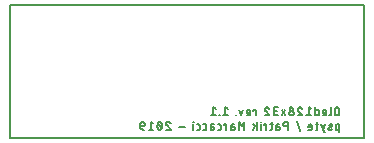
<source format=gbo>
G04 EAGLE Gerber X2 export*
%TF.Part,Single*%
%TF.FileFunction,Legend,Bot,1*%
%TF.FilePolarity,Positive*%
%TF.GenerationSoftware,Autodesk,EAGLE,9.4.0*%
%TF.CreationDate,2019-05-09T18:23:13Z*%
G75*
%MOMM*%
%FSLAX34Y34*%
%LPD*%
%INSilkscreen Bottom*%
%AMOC8*
5,1,8,0,0,1.08239X$1,22.5*%
G01*
%ADD10C,0.127000*%
%ADD11C,0.203200*%


D10*
X301625Y24892D02*
X301625Y27940D01*
X301623Y28025D01*
X301617Y28111D01*
X301608Y28196D01*
X301594Y28280D01*
X301577Y28364D01*
X301556Y28447D01*
X301532Y28529D01*
X301504Y28609D01*
X301472Y28689D01*
X301436Y28767D01*
X301398Y28843D01*
X301355Y28917D01*
X301310Y28989D01*
X301261Y29060D01*
X301209Y29128D01*
X301155Y29193D01*
X301097Y29256D01*
X301036Y29317D01*
X300973Y29375D01*
X300908Y29429D01*
X300840Y29481D01*
X300769Y29530D01*
X300697Y29575D01*
X300623Y29618D01*
X300547Y29656D01*
X300469Y29692D01*
X300389Y29724D01*
X300309Y29752D01*
X300227Y29776D01*
X300144Y29797D01*
X300060Y29814D01*
X299976Y29828D01*
X299891Y29837D01*
X299805Y29843D01*
X299720Y29845D01*
X299635Y29843D01*
X299549Y29837D01*
X299464Y29828D01*
X299380Y29814D01*
X299296Y29797D01*
X299213Y29776D01*
X299131Y29752D01*
X299051Y29724D01*
X298971Y29692D01*
X298893Y29656D01*
X298817Y29618D01*
X298743Y29575D01*
X298671Y29530D01*
X298600Y29481D01*
X298532Y29429D01*
X298467Y29375D01*
X298404Y29317D01*
X298343Y29256D01*
X298285Y29193D01*
X298231Y29128D01*
X298179Y29060D01*
X298130Y28989D01*
X298085Y28917D01*
X298042Y28843D01*
X298004Y28767D01*
X297968Y28689D01*
X297936Y28609D01*
X297908Y28529D01*
X297884Y28447D01*
X297863Y28364D01*
X297846Y28280D01*
X297832Y28196D01*
X297823Y28111D01*
X297817Y28025D01*
X297815Y27940D01*
X297815Y24892D01*
X297817Y24807D01*
X297823Y24721D01*
X297832Y24636D01*
X297846Y24552D01*
X297863Y24468D01*
X297884Y24385D01*
X297908Y24303D01*
X297936Y24223D01*
X297968Y24143D01*
X298004Y24065D01*
X298042Y23989D01*
X298085Y23915D01*
X298130Y23843D01*
X298179Y23772D01*
X298231Y23704D01*
X298285Y23639D01*
X298343Y23576D01*
X298404Y23515D01*
X298467Y23457D01*
X298532Y23403D01*
X298600Y23351D01*
X298671Y23302D01*
X298743Y23257D01*
X298817Y23214D01*
X298893Y23176D01*
X298971Y23140D01*
X299051Y23108D01*
X299131Y23080D01*
X299213Y23056D01*
X299296Y23035D01*
X299380Y23018D01*
X299464Y23004D01*
X299549Y22995D01*
X299635Y22989D01*
X299720Y22987D01*
X299805Y22989D01*
X299891Y22995D01*
X299976Y23004D01*
X300060Y23018D01*
X300144Y23035D01*
X300227Y23056D01*
X300309Y23080D01*
X300389Y23108D01*
X300469Y23140D01*
X300547Y23176D01*
X300623Y23214D01*
X300697Y23257D01*
X300769Y23302D01*
X300840Y23351D01*
X300908Y23403D01*
X300973Y23457D01*
X301036Y23515D01*
X301097Y23576D01*
X301155Y23639D01*
X301209Y23704D01*
X301261Y23772D01*
X301310Y23843D01*
X301355Y23915D01*
X301398Y23989D01*
X301436Y24065D01*
X301472Y24143D01*
X301504Y24223D01*
X301532Y24303D01*
X301556Y24385D01*
X301577Y24468D01*
X301594Y24552D01*
X301608Y24636D01*
X301617Y24721D01*
X301623Y24807D01*
X301625Y24892D01*
X294391Y24130D02*
X294391Y29845D01*
X294391Y24130D02*
X294389Y24064D01*
X294383Y23997D01*
X294374Y23932D01*
X294360Y23866D01*
X294343Y23802D01*
X294322Y23739D01*
X294298Y23677D01*
X294269Y23617D01*
X294238Y23559D01*
X294203Y23502D01*
X294165Y23447D01*
X294124Y23395D01*
X294079Y23346D01*
X294032Y23299D01*
X293983Y23254D01*
X293931Y23213D01*
X293876Y23175D01*
X293820Y23140D01*
X293761Y23109D01*
X293701Y23080D01*
X293639Y23056D01*
X293576Y23035D01*
X293512Y23018D01*
X293446Y23004D01*
X293381Y22995D01*
X293314Y22989D01*
X293248Y22987D01*
X289372Y22987D02*
X287467Y22987D01*
X289372Y22987D02*
X289438Y22989D01*
X289505Y22995D01*
X289570Y23004D01*
X289636Y23018D01*
X289700Y23035D01*
X289763Y23056D01*
X289825Y23080D01*
X289885Y23109D01*
X289944Y23140D01*
X290000Y23175D01*
X290055Y23213D01*
X290107Y23254D01*
X290156Y23299D01*
X290203Y23346D01*
X290248Y23395D01*
X290289Y23447D01*
X290327Y23502D01*
X290362Y23559D01*
X290393Y23617D01*
X290422Y23677D01*
X290446Y23739D01*
X290467Y23802D01*
X290484Y23866D01*
X290498Y23932D01*
X290507Y23997D01*
X290513Y24064D01*
X290515Y24130D01*
X290515Y26035D01*
X290513Y26112D01*
X290507Y26189D01*
X290497Y26266D01*
X290484Y26342D01*
X290466Y26417D01*
X290445Y26491D01*
X290420Y26564D01*
X290391Y26636D01*
X290359Y26706D01*
X290324Y26775D01*
X290284Y26841D01*
X290242Y26906D01*
X290196Y26968D01*
X290147Y27028D01*
X290096Y27085D01*
X290041Y27140D01*
X289984Y27191D01*
X289924Y27240D01*
X289862Y27286D01*
X289797Y27328D01*
X289731Y27368D01*
X289662Y27403D01*
X289592Y27435D01*
X289520Y27464D01*
X289447Y27489D01*
X289373Y27510D01*
X289298Y27528D01*
X289222Y27541D01*
X289145Y27551D01*
X289068Y27557D01*
X288991Y27559D01*
X288914Y27557D01*
X288837Y27551D01*
X288760Y27541D01*
X288684Y27528D01*
X288609Y27510D01*
X288535Y27489D01*
X288462Y27464D01*
X288390Y27435D01*
X288320Y27403D01*
X288251Y27368D01*
X288185Y27328D01*
X288120Y27286D01*
X288058Y27240D01*
X287998Y27191D01*
X287941Y27140D01*
X287886Y27085D01*
X287835Y27028D01*
X287786Y26968D01*
X287740Y26906D01*
X287698Y26841D01*
X287658Y26775D01*
X287623Y26706D01*
X287591Y26636D01*
X287562Y26564D01*
X287537Y26491D01*
X287516Y26417D01*
X287498Y26342D01*
X287485Y26266D01*
X287475Y26189D01*
X287469Y26112D01*
X287467Y26035D01*
X287467Y25273D01*
X290515Y25273D01*
X281183Y22987D02*
X281183Y29845D01*
X281183Y22987D02*
X283088Y22987D01*
X283154Y22989D01*
X283221Y22995D01*
X283286Y23004D01*
X283352Y23018D01*
X283416Y23035D01*
X283479Y23056D01*
X283541Y23080D01*
X283601Y23109D01*
X283660Y23140D01*
X283716Y23175D01*
X283771Y23213D01*
X283823Y23254D01*
X283872Y23299D01*
X283919Y23346D01*
X283964Y23395D01*
X284005Y23447D01*
X284043Y23502D01*
X284078Y23559D01*
X284109Y23617D01*
X284138Y23677D01*
X284162Y23739D01*
X284183Y23802D01*
X284200Y23866D01*
X284214Y23932D01*
X284223Y23997D01*
X284229Y24064D01*
X284231Y24130D01*
X284231Y26416D01*
X284229Y26482D01*
X284223Y26549D01*
X284214Y26614D01*
X284200Y26680D01*
X284183Y26744D01*
X284162Y26807D01*
X284138Y26869D01*
X284109Y26929D01*
X284078Y26988D01*
X284043Y27044D01*
X284005Y27099D01*
X283964Y27151D01*
X283919Y27200D01*
X283872Y27247D01*
X283823Y27292D01*
X283771Y27333D01*
X283716Y27371D01*
X283660Y27406D01*
X283601Y27437D01*
X283541Y27466D01*
X283479Y27490D01*
X283416Y27511D01*
X283352Y27528D01*
X283286Y27542D01*
X283221Y27551D01*
X283154Y27557D01*
X283088Y27559D01*
X281183Y27559D01*
X277485Y28321D02*
X275580Y29845D01*
X275580Y22987D01*
X277485Y22987D02*
X273675Y22987D01*
X268074Y29846D02*
X267992Y29844D01*
X267911Y29838D01*
X267830Y29829D01*
X267749Y29815D01*
X267670Y29798D01*
X267591Y29777D01*
X267513Y29752D01*
X267437Y29723D01*
X267362Y29691D01*
X267288Y29655D01*
X267217Y29616D01*
X267147Y29574D01*
X267079Y29528D01*
X267014Y29479D01*
X266951Y29427D01*
X266891Y29372D01*
X266833Y29314D01*
X266778Y29254D01*
X266726Y29191D01*
X266677Y29126D01*
X266631Y29058D01*
X266589Y28989D01*
X266550Y28917D01*
X266514Y28843D01*
X266482Y28768D01*
X266453Y28692D01*
X266428Y28614D01*
X266407Y28535D01*
X266390Y28456D01*
X266376Y28375D01*
X266367Y28294D01*
X266361Y28213D01*
X266359Y28131D01*
X268074Y29845D02*
X268166Y29843D01*
X268258Y29837D01*
X268350Y29828D01*
X268442Y29814D01*
X268532Y29797D01*
X268622Y29776D01*
X268711Y29751D01*
X268799Y29722D01*
X268886Y29690D01*
X268971Y29654D01*
X269054Y29615D01*
X269136Y29572D01*
X269216Y29526D01*
X269294Y29476D01*
X269370Y29424D01*
X269443Y29368D01*
X269514Y29309D01*
X269583Y29247D01*
X269649Y29182D01*
X269712Y29115D01*
X269772Y29045D01*
X269830Y28973D01*
X269884Y28898D01*
X269935Y28821D01*
X269983Y28742D01*
X270027Y28661D01*
X270068Y28578D01*
X270106Y28494D01*
X270140Y28408D01*
X270170Y28321D01*
X266931Y26797D02*
X266872Y26856D01*
X266816Y26917D01*
X266763Y26980D01*
X266712Y27046D01*
X266665Y27114D01*
X266621Y27184D01*
X266580Y27256D01*
X266542Y27330D01*
X266508Y27405D01*
X266477Y27482D01*
X266450Y27560D01*
X266426Y27640D01*
X266405Y27720D01*
X266389Y27801D01*
X266376Y27883D01*
X266366Y27965D01*
X266361Y28048D01*
X266359Y28131D01*
X266931Y26797D02*
X270170Y22987D01*
X266360Y22987D01*
X262855Y24892D02*
X262853Y24977D01*
X262847Y25063D01*
X262838Y25148D01*
X262824Y25232D01*
X262807Y25316D01*
X262786Y25399D01*
X262762Y25481D01*
X262734Y25561D01*
X262702Y25641D01*
X262666Y25719D01*
X262628Y25795D01*
X262585Y25869D01*
X262540Y25941D01*
X262491Y26012D01*
X262439Y26080D01*
X262385Y26145D01*
X262327Y26208D01*
X262266Y26269D01*
X262203Y26327D01*
X262138Y26381D01*
X262070Y26433D01*
X261999Y26482D01*
X261927Y26527D01*
X261853Y26570D01*
X261777Y26608D01*
X261699Y26644D01*
X261619Y26676D01*
X261539Y26704D01*
X261457Y26728D01*
X261374Y26749D01*
X261290Y26766D01*
X261206Y26780D01*
X261121Y26789D01*
X261035Y26795D01*
X260950Y26797D01*
X260865Y26795D01*
X260779Y26789D01*
X260694Y26780D01*
X260610Y26766D01*
X260526Y26749D01*
X260443Y26728D01*
X260361Y26704D01*
X260281Y26676D01*
X260201Y26644D01*
X260123Y26608D01*
X260047Y26570D01*
X259973Y26527D01*
X259901Y26482D01*
X259830Y26433D01*
X259762Y26381D01*
X259697Y26327D01*
X259634Y26269D01*
X259573Y26208D01*
X259515Y26145D01*
X259461Y26080D01*
X259409Y26012D01*
X259360Y25941D01*
X259315Y25869D01*
X259272Y25795D01*
X259234Y25719D01*
X259198Y25641D01*
X259166Y25561D01*
X259138Y25481D01*
X259114Y25399D01*
X259093Y25316D01*
X259076Y25232D01*
X259062Y25148D01*
X259053Y25063D01*
X259047Y24977D01*
X259045Y24892D01*
X259047Y24807D01*
X259053Y24721D01*
X259062Y24636D01*
X259076Y24552D01*
X259093Y24468D01*
X259114Y24385D01*
X259138Y24303D01*
X259166Y24223D01*
X259198Y24143D01*
X259234Y24065D01*
X259272Y23989D01*
X259315Y23915D01*
X259360Y23843D01*
X259409Y23772D01*
X259461Y23704D01*
X259515Y23639D01*
X259573Y23576D01*
X259634Y23515D01*
X259697Y23457D01*
X259762Y23403D01*
X259830Y23351D01*
X259901Y23302D01*
X259973Y23257D01*
X260047Y23214D01*
X260123Y23176D01*
X260201Y23140D01*
X260281Y23108D01*
X260361Y23080D01*
X260443Y23056D01*
X260526Y23035D01*
X260610Y23018D01*
X260694Y23004D01*
X260779Y22995D01*
X260865Y22989D01*
X260950Y22987D01*
X261035Y22989D01*
X261121Y22995D01*
X261206Y23004D01*
X261290Y23018D01*
X261374Y23035D01*
X261457Y23056D01*
X261539Y23080D01*
X261619Y23108D01*
X261699Y23140D01*
X261777Y23176D01*
X261853Y23214D01*
X261927Y23257D01*
X261999Y23302D01*
X262070Y23351D01*
X262138Y23403D01*
X262203Y23457D01*
X262266Y23515D01*
X262327Y23576D01*
X262385Y23639D01*
X262439Y23704D01*
X262491Y23772D01*
X262540Y23843D01*
X262585Y23915D01*
X262628Y23989D01*
X262666Y24065D01*
X262702Y24143D01*
X262734Y24223D01*
X262762Y24303D01*
X262786Y24385D01*
X262807Y24468D01*
X262824Y24552D01*
X262838Y24636D01*
X262847Y24721D01*
X262853Y24807D01*
X262855Y24892D01*
X262474Y28321D02*
X262472Y28398D01*
X262466Y28475D01*
X262456Y28552D01*
X262443Y28628D01*
X262425Y28703D01*
X262404Y28777D01*
X262379Y28850D01*
X262350Y28922D01*
X262318Y28992D01*
X262283Y29061D01*
X262243Y29127D01*
X262201Y29192D01*
X262155Y29254D01*
X262106Y29314D01*
X262055Y29371D01*
X262000Y29426D01*
X261943Y29477D01*
X261883Y29526D01*
X261821Y29572D01*
X261756Y29614D01*
X261690Y29654D01*
X261621Y29689D01*
X261551Y29721D01*
X261479Y29750D01*
X261406Y29775D01*
X261332Y29796D01*
X261257Y29814D01*
X261181Y29827D01*
X261104Y29837D01*
X261027Y29843D01*
X260950Y29845D01*
X260873Y29843D01*
X260796Y29837D01*
X260719Y29827D01*
X260643Y29814D01*
X260568Y29796D01*
X260494Y29775D01*
X260421Y29750D01*
X260349Y29721D01*
X260279Y29689D01*
X260210Y29654D01*
X260144Y29614D01*
X260079Y29572D01*
X260017Y29526D01*
X259957Y29477D01*
X259900Y29426D01*
X259845Y29371D01*
X259794Y29314D01*
X259745Y29254D01*
X259699Y29192D01*
X259657Y29127D01*
X259617Y29061D01*
X259582Y28992D01*
X259550Y28922D01*
X259521Y28850D01*
X259496Y28777D01*
X259475Y28703D01*
X259457Y28628D01*
X259444Y28552D01*
X259434Y28475D01*
X259428Y28398D01*
X259426Y28321D01*
X259428Y28244D01*
X259434Y28167D01*
X259444Y28090D01*
X259457Y28014D01*
X259475Y27939D01*
X259496Y27865D01*
X259521Y27792D01*
X259550Y27720D01*
X259582Y27650D01*
X259617Y27581D01*
X259657Y27515D01*
X259699Y27450D01*
X259745Y27388D01*
X259794Y27328D01*
X259845Y27271D01*
X259900Y27216D01*
X259957Y27165D01*
X260017Y27116D01*
X260079Y27070D01*
X260144Y27028D01*
X260210Y26988D01*
X260279Y26953D01*
X260349Y26921D01*
X260421Y26892D01*
X260494Y26867D01*
X260568Y26846D01*
X260643Y26828D01*
X260719Y26815D01*
X260796Y26805D01*
X260873Y26799D01*
X260950Y26797D01*
X261027Y26799D01*
X261104Y26805D01*
X261181Y26815D01*
X261257Y26828D01*
X261332Y26846D01*
X261406Y26867D01*
X261479Y26892D01*
X261551Y26921D01*
X261621Y26953D01*
X261690Y26988D01*
X261756Y27028D01*
X261821Y27070D01*
X261883Y27116D01*
X261943Y27165D01*
X262000Y27216D01*
X262055Y27271D01*
X262106Y27328D01*
X262155Y27388D01*
X262201Y27450D01*
X262243Y27515D01*
X262283Y27581D01*
X262318Y27650D01*
X262350Y27720D01*
X262379Y27792D01*
X262404Y27865D01*
X262425Y27939D01*
X262443Y28014D01*
X262456Y28090D01*
X262466Y28167D01*
X262472Y28244D01*
X262474Y28321D01*
X255890Y22987D02*
X252842Y27559D01*
X255890Y27559D02*
X252842Y22987D01*
X249687Y22987D02*
X247782Y22987D01*
X247697Y22989D01*
X247611Y22995D01*
X247526Y23004D01*
X247442Y23018D01*
X247358Y23035D01*
X247275Y23056D01*
X247193Y23080D01*
X247113Y23108D01*
X247033Y23140D01*
X246955Y23176D01*
X246879Y23214D01*
X246805Y23257D01*
X246733Y23302D01*
X246662Y23351D01*
X246594Y23403D01*
X246529Y23457D01*
X246466Y23515D01*
X246405Y23576D01*
X246347Y23639D01*
X246293Y23704D01*
X246241Y23772D01*
X246192Y23843D01*
X246147Y23915D01*
X246104Y23989D01*
X246066Y24065D01*
X246030Y24143D01*
X245998Y24223D01*
X245970Y24303D01*
X245946Y24385D01*
X245925Y24468D01*
X245908Y24552D01*
X245894Y24636D01*
X245885Y24721D01*
X245879Y24807D01*
X245877Y24892D01*
X245879Y24977D01*
X245885Y25063D01*
X245894Y25148D01*
X245908Y25232D01*
X245925Y25316D01*
X245946Y25399D01*
X245970Y25481D01*
X245998Y25561D01*
X246030Y25641D01*
X246066Y25719D01*
X246104Y25795D01*
X246147Y25869D01*
X246192Y25941D01*
X246241Y26012D01*
X246293Y26080D01*
X246347Y26145D01*
X246405Y26208D01*
X246466Y26269D01*
X246529Y26327D01*
X246594Y26381D01*
X246662Y26433D01*
X246733Y26482D01*
X246805Y26527D01*
X246879Y26570D01*
X246955Y26608D01*
X247033Y26644D01*
X247113Y26676D01*
X247193Y26704D01*
X247275Y26728D01*
X247358Y26749D01*
X247442Y26766D01*
X247526Y26780D01*
X247611Y26789D01*
X247697Y26795D01*
X247782Y26797D01*
X247401Y29845D02*
X249687Y29845D01*
X247401Y29845D02*
X247324Y29843D01*
X247247Y29837D01*
X247170Y29827D01*
X247094Y29814D01*
X247019Y29796D01*
X246945Y29775D01*
X246872Y29750D01*
X246800Y29721D01*
X246730Y29689D01*
X246661Y29654D01*
X246595Y29614D01*
X246530Y29572D01*
X246468Y29526D01*
X246408Y29477D01*
X246351Y29426D01*
X246296Y29371D01*
X246245Y29314D01*
X246196Y29254D01*
X246150Y29192D01*
X246108Y29127D01*
X246068Y29061D01*
X246033Y28992D01*
X246001Y28922D01*
X245972Y28850D01*
X245947Y28777D01*
X245926Y28703D01*
X245908Y28628D01*
X245895Y28552D01*
X245885Y28475D01*
X245879Y28398D01*
X245877Y28321D01*
X245879Y28244D01*
X245885Y28167D01*
X245895Y28090D01*
X245908Y28014D01*
X245926Y27939D01*
X245947Y27865D01*
X245972Y27792D01*
X246001Y27720D01*
X246033Y27650D01*
X246068Y27581D01*
X246108Y27515D01*
X246150Y27450D01*
X246196Y27388D01*
X246245Y27328D01*
X246296Y27271D01*
X246351Y27216D01*
X246408Y27165D01*
X246468Y27116D01*
X246530Y27070D01*
X246595Y27028D01*
X246661Y26988D01*
X246730Y26953D01*
X246800Y26921D01*
X246872Y26892D01*
X246945Y26867D01*
X247019Y26846D01*
X247094Y26828D01*
X247170Y26815D01*
X247247Y26805D01*
X247324Y26799D01*
X247401Y26797D01*
X248925Y26797D01*
X240277Y29846D02*
X240195Y29844D01*
X240114Y29838D01*
X240033Y29829D01*
X239952Y29815D01*
X239873Y29798D01*
X239794Y29777D01*
X239716Y29752D01*
X239640Y29723D01*
X239565Y29691D01*
X239491Y29655D01*
X239420Y29616D01*
X239350Y29574D01*
X239282Y29528D01*
X239217Y29479D01*
X239154Y29427D01*
X239094Y29372D01*
X239036Y29314D01*
X238981Y29254D01*
X238929Y29191D01*
X238880Y29126D01*
X238834Y29058D01*
X238792Y28989D01*
X238753Y28917D01*
X238717Y28843D01*
X238685Y28768D01*
X238656Y28692D01*
X238631Y28614D01*
X238610Y28535D01*
X238593Y28456D01*
X238579Y28375D01*
X238570Y28294D01*
X238564Y28213D01*
X238562Y28131D01*
X240277Y29845D02*
X240369Y29843D01*
X240461Y29837D01*
X240553Y29828D01*
X240645Y29814D01*
X240735Y29797D01*
X240825Y29776D01*
X240914Y29751D01*
X241002Y29722D01*
X241089Y29690D01*
X241174Y29654D01*
X241257Y29615D01*
X241339Y29572D01*
X241419Y29526D01*
X241497Y29476D01*
X241573Y29424D01*
X241646Y29368D01*
X241717Y29309D01*
X241786Y29247D01*
X241852Y29182D01*
X241915Y29115D01*
X241975Y29045D01*
X242033Y28973D01*
X242087Y28898D01*
X242138Y28821D01*
X242186Y28742D01*
X242230Y28661D01*
X242271Y28578D01*
X242309Y28494D01*
X242343Y28408D01*
X242373Y28321D01*
X239134Y26797D02*
X239075Y26856D01*
X239019Y26917D01*
X238966Y26980D01*
X238915Y27046D01*
X238868Y27114D01*
X238824Y27184D01*
X238783Y27256D01*
X238745Y27330D01*
X238711Y27405D01*
X238680Y27482D01*
X238653Y27560D01*
X238629Y27640D01*
X238608Y27720D01*
X238592Y27801D01*
X238579Y27883D01*
X238569Y27965D01*
X238564Y28048D01*
X238562Y28131D01*
X239134Y26797D02*
X242372Y22987D01*
X238562Y22987D01*
X230956Y22987D02*
X230956Y27559D01*
X228670Y27559D01*
X228670Y26797D01*
X224999Y22987D02*
X223094Y22987D01*
X224999Y22987D02*
X225065Y22989D01*
X225132Y22995D01*
X225197Y23004D01*
X225263Y23018D01*
X225327Y23035D01*
X225390Y23056D01*
X225452Y23080D01*
X225512Y23109D01*
X225571Y23140D01*
X225627Y23175D01*
X225682Y23213D01*
X225734Y23254D01*
X225783Y23299D01*
X225830Y23346D01*
X225875Y23395D01*
X225916Y23447D01*
X225954Y23502D01*
X225989Y23559D01*
X226020Y23617D01*
X226049Y23677D01*
X226073Y23739D01*
X226094Y23802D01*
X226111Y23866D01*
X226125Y23932D01*
X226134Y23997D01*
X226140Y24064D01*
X226142Y24130D01*
X226142Y26035D01*
X226140Y26112D01*
X226134Y26189D01*
X226124Y26266D01*
X226111Y26342D01*
X226093Y26417D01*
X226072Y26491D01*
X226047Y26564D01*
X226018Y26636D01*
X225986Y26706D01*
X225951Y26775D01*
X225911Y26841D01*
X225869Y26906D01*
X225823Y26968D01*
X225774Y27028D01*
X225723Y27085D01*
X225668Y27140D01*
X225611Y27191D01*
X225551Y27240D01*
X225489Y27286D01*
X225424Y27328D01*
X225358Y27368D01*
X225289Y27403D01*
X225219Y27435D01*
X225147Y27464D01*
X225074Y27489D01*
X225000Y27510D01*
X224925Y27528D01*
X224849Y27541D01*
X224772Y27551D01*
X224695Y27557D01*
X224618Y27559D01*
X224541Y27557D01*
X224464Y27551D01*
X224387Y27541D01*
X224311Y27528D01*
X224236Y27510D01*
X224162Y27489D01*
X224089Y27464D01*
X224017Y27435D01*
X223947Y27403D01*
X223878Y27368D01*
X223812Y27328D01*
X223747Y27286D01*
X223685Y27240D01*
X223625Y27191D01*
X223568Y27140D01*
X223513Y27085D01*
X223462Y27028D01*
X223413Y26968D01*
X223367Y26906D01*
X223325Y26841D01*
X223285Y26775D01*
X223250Y26706D01*
X223218Y26636D01*
X223189Y26564D01*
X223164Y26491D01*
X223143Y26417D01*
X223125Y26342D01*
X223112Y26266D01*
X223102Y26189D01*
X223096Y26112D01*
X223094Y26035D01*
X223094Y25273D01*
X226142Y25273D01*
X220046Y27559D02*
X218522Y22987D01*
X216998Y27559D01*
X214323Y23368D02*
X214323Y22987D01*
X214323Y23368D02*
X213942Y23368D01*
X213942Y22987D01*
X214323Y22987D01*
X207015Y28321D02*
X205110Y29845D01*
X205110Y22987D01*
X207015Y22987D02*
X203205Y22987D01*
X200180Y22987D02*
X200180Y23368D01*
X199799Y23368D01*
X199799Y22987D01*
X200180Y22987D01*
X196774Y28321D02*
X194869Y29845D01*
X194869Y22987D01*
X196774Y22987D02*
X192964Y22987D01*
X301625Y15367D02*
X301625Y8509D01*
X301625Y15367D02*
X299720Y15367D01*
X299654Y15365D01*
X299587Y15359D01*
X299522Y15350D01*
X299456Y15336D01*
X299392Y15319D01*
X299329Y15298D01*
X299267Y15274D01*
X299207Y15245D01*
X299149Y15214D01*
X299092Y15179D01*
X299037Y15141D01*
X298985Y15100D01*
X298936Y15055D01*
X298889Y15008D01*
X298844Y14959D01*
X298803Y14907D01*
X298765Y14852D01*
X298730Y14796D01*
X298699Y14737D01*
X298670Y14677D01*
X298646Y14615D01*
X298625Y14552D01*
X298608Y14488D01*
X298594Y14422D01*
X298585Y14357D01*
X298579Y14290D01*
X298577Y14224D01*
X298577Y11938D01*
X298579Y11872D01*
X298585Y11805D01*
X298594Y11740D01*
X298608Y11674D01*
X298625Y11610D01*
X298646Y11547D01*
X298670Y11485D01*
X298699Y11425D01*
X298730Y11367D01*
X298765Y11310D01*
X298803Y11255D01*
X298844Y11203D01*
X298889Y11154D01*
X298936Y11107D01*
X298985Y11062D01*
X299037Y11021D01*
X299092Y10983D01*
X299149Y10948D01*
X299207Y10917D01*
X299267Y10888D01*
X299329Y10864D01*
X299392Y10843D01*
X299456Y10826D01*
X299522Y10812D01*
X299587Y10803D01*
X299654Y10797D01*
X299720Y10795D01*
X301625Y10795D01*
X294769Y13462D02*
X292864Y12700D01*
X294769Y13462D02*
X294826Y13487D01*
X294881Y13515D01*
X294935Y13547D01*
X294986Y13582D01*
X295035Y13621D01*
X295082Y13662D01*
X295126Y13706D01*
X295167Y13753D01*
X295205Y13803D01*
X295239Y13855D01*
X295271Y13908D01*
X295299Y13964D01*
X295323Y14021D01*
X295344Y14080D01*
X295361Y14140D01*
X295374Y14201D01*
X295383Y14263D01*
X295389Y14325D01*
X295390Y14387D01*
X295387Y14449D01*
X295381Y14511D01*
X295371Y14573D01*
X295357Y14633D01*
X295339Y14693D01*
X295317Y14752D01*
X295292Y14808D01*
X295263Y14864D01*
X295231Y14917D01*
X295195Y14968D01*
X295156Y15017D01*
X295115Y15063D01*
X295070Y15107D01*
X295023Y15148D01*
X294973Y15185D01*
X294921Y15220D01*
X294867Y15251D01*
X294811Y15278D01*
X294754Y15302D01*
X294695Y15323D01*
X294635Y15339D01*
X294574Y15352D01*
X294512Y15361D01*
X294450Y15366D01*
X294388Y15367D01*
X294262Y15363D01*
X294136Y15356D01*
X294010Y15345D01*
X293884Y15330D01*
X293759Y15312D01*
X293635Y15290D01*
X293511Y15264D01*
X293388Y15235D01*
X293266Y15202D01*
X293145Y15166D01*
X293026Y15126D01*
X292907Y15082D01*
X292790Y15036D01*
X292674Y14986D01*
X292864Y12700D02*
X292807Y12675D01*
X292752Y12647D01*
X292698Y12615D01*
X292647Y12580D01*
X292598Y12541D01*
X292551Y12500D01*
X292507Y12456D01*
X292466Y12409D01*
X292428Y12359D01*
X292394Y12307D01*
X292362Y12254D01*
X292334Y12198D01*
X292310Y12141D01*
X292289Y12082D01*
X292272Y12022D01*
X292259Y11961D01*
X292250Y11899D01*
X292244Y11837D01*
X292243Y11775D01*
X292246Y11713D01*
X292252Y11651D01*
X292262Y11589D01*
X292276Y11529D01*
X292294Y11469D01*
X292316Y11410D01*
X292341Y11354D01*
X292370Y11298D01*
X292402Y11245D01*
X292438Y11194D01*
X292477Y11145D01*
X292518Y11099D01*
X292563Y11055D01*
X292610Y11014D01*
X292660Y10977D01*
X292712Y10942D01*
X292766Y10911D01*
X292822Y10884D01*
X292879Y10860D01*
X292938Y10839D01*
X292998Y10823D01*
X293059Y10810D01*
X293121Y10801D01*
X293183Y10796D01*
X293245Y10795D01*
X293398Y10799D01*
X293551Y10806D01*
X293703Y10817D01*
X293855Y10832D01*
X294007Y10851D01*
X294158Y10873D01*
X294309Y10898D01*
X294459Y10927D01*
X294608Y10960D01*
X294757Y10996D01*
X294904Y11036D01*
X295051Y11079D01*
X295197Y11126D01*
X295341Y11176D01*
X289245Y8509D02*
X288483Y8509D01*
X286197Y15367D01*
X289245Y15367D02*
X287721Y10795D01*
X283831Y15367D02*
X281545Y15367D01*
X283069Y17653D02*
X283069Y11938D01*
X283067Y11872D01*
X283061Y11805D01*
X283052Y11740D01*
X283038Y11674D01*
X283021Y11610D01*
X283000Y11547D01*
X282976Y11485D01*
X282947Y11425D01*
X282916Y11367D01*
X282881Y11310D01*
X282843Y11255D01*
X282802Y11203D01*
X282757Y11154D01*
X282710Y11107D01*
X282661Y11062D01*
X282609Y11021D01*
X282554Y10983D01*
X282498Y10948D01*
X282439Y10917D01*
X282379Y10888D01*
X282317Y10864D01*
X282254Y10843D01*
X282190Y10826D01*
X282124Y10812D01*
X282059Y10803D01*
X281992Y10797D01*
X281926Y10795D01*
X281545Y10795D01*
X277373Y10795D02*
X275468Y10795D01*
X277373Y10795D02*
X277439Y10797D01*
X277506Y10803D01*
X277571Y10812D01*
X277637Y10826D01*
X277701Y10843D01*
X277764Y10864D01*
X277826Y10888D01*
X277886Y10917D01*
X277945Y10948D01*
X278001Y10983D01*
X278056Y11021D01*
X278108Y11062D01*
X278157Y11107D01*
X278204Y11154D01*
X278249Y11203D01*
X278290Y11255D01*
X278328Y11310D01*
X278363Y11367D01*
X278394Y11425D01*
X278423Y11485D01*
X278447Y11547D01*
X278468Y11610D01*
X278485Y11674D01*
X278499Y11740D01*
X278508Y11805D01*
X278514Y11872D01*
X278516Y11938D01*
X278516Y13843D01*
X278514Y13920D01*
X278508Y13997D01*
X278498Y14074D01*
X278485Y14150D01*
X278467Y14225D01*
X278446Y14299D01*
X278421Y14372D01*
X278392Y14444D01*
X278360Y14514D01*
X278325Y14583D01*
X278285Y14649D01*
X278243Y14714D01*
X278197Y14776D01*
X278148Y14836D01*
X278097Y14893D01*
X278042Y14948D01*
X277985Y14999D01*
X277925Y15048D01*
X277863Y15094D01*
X277798Y15136D01*
X277732Y15176D01*
X277663Y15211D01*
X277593Y15243D01*
X277521Y15272D01*
X277448Y15297D01*
X277374Y15318D01*
X277299Y15336D01*
X277223Y15349D01*
X277146Y15359D01*
X277069Y15365D01*
X276992Y15367D01*
X276915Y15365D01*
X276838Y15359D01*
X276761Y15349D01*
X276685Y15336D01*
X276610Y15318D01*
X276536Y15297D01*
X276463Y15272D01*
X276391Y15243D01*
X276321Y15211D01*
X276252Y15176D01*
X276186Y15136D01*
X276121Y15094D01*
X276059Y15048D01*
X275999Y14999D01*
X275942Y14948D01*
X275887Y14893D01*
X275836Y14836D01*
X275787Y14776D01*
X275741Y14714D01*
X275699Y14649D01*
X275659Y14583D01*
X275624Y14514D01*
X275592Y14444D01*
X275563Y14372D01*
X275538Y14299D01*
X275517Y14225D01*
X275499Y14150D01*
X275486Y14074D01*
X275476Y13997D01*
X275470Y13920D01*
X275468Y13843D01*
X275468Y13081D01*
X278516Y13081D01*
X268519Y10033D02*
X265471Y18415D01*
X258011Y17653D02*
X258011Y10795D01*
X258011Y17653D02*
X256106Y17653D01*
X256021Y17651D01*
X255935Y17645D01*
X255850Y17636D01*
X255766Y17622D01*
X255682Y17605D01*
X255599Y17584D01*
X255517Y17560D01*
X255437Y17532D01*
X255357Y17500D01*
X255279Y17464D01*
X255203Y17426D01*
X255129Y17383D01*
X255057Y17338D01*
X254986Y17289D01*
X254918Y17237D01*
X254853Y17183D01*
X254790Y17125D01*
X254729Y17064D01*
X254671Y17001D01*
X254617Y16936D01*
X254565Y16868D01*
X254516Y16797D01*
X254471Y16725D01*
X254428Y16651D01*
X254390Y16575D01*
X254354Y16497D01*
X254322Y16417D01*
X254294Y16337D01*
X254270Y16255D01*
X254249Y16172D01*
X254232Y16088D01*
X254218Y16004D01*
X254209Y15919D01*
X254203Y15833D01*
X254201Y15748D01*
X254203Y15663D01*
X254209Y15577D01*
X254218Y15492D01*
X254232Y15408D01*
X254249Y15324D01*
X254270Y15241D01*
X254294Y15159D01*
X254322Y15079D01*
X254354Y14999D01*
X254390Y14921D01*
X254428Y14845D01*
X254471Y14771D01*
X254516Y14699D01*
X254565Y14628D01*
X254617Y14560D01*
X254671Y14495D01*
X254729Y14432D01*
X254790Y14371D01*
X254853Y14313D01*
X254918Y14259D01*
X254986Y14207D01*
X255057Y14158D01*
X255129Y14113D01*
X255203Y14070D01*
X255279Y14032D01*
X255357Y13996D01*
X255437Y13964D01*
X255517Y13936D01*
X255599Y13912D01*
X255682Y13891D01*
X255766Y13874D01*
X255850Y13860D01*
X255935Y13851D01*
X256021Y13845D01*
X256106Y13843D01*
X258011Y13843D01*
X249928Y13462D02*
X248214Y13462D01*
X249928Y13463D02*
X250000Y13461D01*
X250072Y13455D01*
X250144Y13445D01*
X250215Y13432D01*
X250285Y13414D01*
X250354Y13393D01*
X250422Y13368D01*
X250488Y13340D01*
X250553Y13308D01*
X250616Y13272D01*
X250677Y13233D01*
X250735Y13191D01*
X250792Y13146D01*
X250845Y13097D01*
X250896Y13046D01*
X250945Y12993D01*
X250990Y12936D01*
X251032Y12878D01*
X251071Y12817D01*
X251107Y12754D01*
X251139Y12689D01*
X251167Y12623D01*
X251192Y12555D01*
X251213Y12486D01*
X251231Y12416D01*
X251244Y12345D01*
X251254Y12273D01*
X251260Y12201D01*
X251262Y12129D01*
X251260Y12057D01*
X251254Y11985D01*
X251244Y11913D01*
X251231Y11842D01*
X251213Y11772D01*
X251192Y11703D01*
X251167Y11635D01*
X251139Y11569D01*
X251107Y11504D01*
X251071Y11441D01*
X251032Y11380D01*
X250990Y11322D01*
X250945Y11265D01*
X250896Y11212D01*
X250845Y11161D01*
X250792Y11112D01*
X250735Y11067D01*
X250677Y11025D01*
X250616Y10986D01*
X250553Y10950D01*
X250488Y10918D01*
X250422Y10890D01*
X250354Y10865D01*
X250285Y10844D01*
X250215Y10826D01*
X250144Y10813D01*
X250072Y10803D01*
X250000Y10797D01*
X249928Y10795D01*
X248214Y10795D01*
X248214Y14224D01*
X248216Y14290D01*
X248222Y14357D01*
X248231Y14422D01*
X248245Y14488D01*
X248262Y14552D01*
X248283Y14615D01*
X248307Y14677D01*
X248336Y14737D01*
X248367Y14796D01*
X248402Y14852D01*
X248440Y14907D01*
X248481Y14959D01*
X248526Y15008D01*
X248573Y15055D01*
X248622Y15100D01*
X248674Y15141D01*
X248729Y15179D01*
X248786Y15214D01*
X248844Y15245D01*
X248904Y15274D01*
X248966Y15298D01*
X249029Y15319D01*
X249093Y15336D01*
X249159Y15350D01*
X249224Y15359D01*
X249291Y15365D01*
X249357Y15367D01*
X250881Y15367D01*
X245304Y15367D02*
X243018Y15367D01*
X244542Y17653D02*
X244542Y11938D01*
X244540Y11872D01*
X244534Y11805D01*
X244525Y11740D01*
X244511Y11674D01*
X244494Y11610D01*
X244473Y11547D01*
X244449Y11485D01*
X244420Y11425D01*
X244389Y11367D01*
X244354Y11310D01*
X244316Y11255D01*
X244275Y11203D01*
X244230Y11154D01*
X244183Y11107D01*
X244134Y11062D01*
X244082Y11021D01*
X244027Y10983D01*
X243971Y10948D01*
X243912Y10917D01*
X243852Y10888D01*
X243790Y10864D01*
X243727Y10843D01*
X243663Y10826D01*
X243597Y10812D01*
X243532Y10803D01*
X243465Y10797D01*
X243399Y10795D01*
X243018Y10795D01*
X239683Y10795D02*
X239683Y15367D01*
X237397Y15367D01*
X237397Y14605D01*
X235052Y15367D02*
X235052Y10795D01*
X235242Y17272D02*
X235242Y17653D01*
X234861Y17653D01*
X234861Y17272D01*
X235242Y17272D01*
X231571Y17653D02*
X231571Y10795D01*
X231571Y13081D02*
X228523Y15367D01*
X230237Y14034D02*
X228523Y10795D01*
X221244Y10795D02*
X221244Y17653D01*
X218958Y13843D01*
X216672Y17653D01*
X216672Y10795D01*
X211646Y13462D02*
X209931Y13462D01*
X211646Y13463D02*
X211718Y13461D01*
X211790Y13455D01*
X211862Y13445D01*
X211933Y13432D01*
X212003Y13414D01*
X212072Y13393D01*
X212140Y13368D01*
X212206Y13340D01*
X212271Y13308D01*
X212334Y13272D01*
X212395Y13233D01*
X212453Y13191D01*
X212510Y13146D01*
X212563Y13097D01*
X212614Y13046D01*
X212663Y12993D01*
X212708Y12936D01*
X212750Y12878D01*
X212789Y12817D01*
X212825Y12754D01*
X212857Y12689D01*
X212885Y12623D01*
X212910Y12555D01*
X212931Y12486D01*
X212949Y12416D01*
X212962Y12345D01*
X212972Y12273D01*
X212978Y12201D01*
X212980Y12129D01*
X212978Y12057D01*
X212972Y11985D01*
X212962Y11913D01*
X212949Y11842D01*
X212931Y11772D01*
X212910Y11703D01*
X212885Y11635D01*
X212857Y11569D01*
X212825Y11504D01*
X212789Y11441D01*
X212750Y11380D01*
X212708Y11322D01*
X212663Y11265D01*
X212614Y11212D01*
X212563Y11161D01*
X212510Y11112D01*
X212453Y11067D01*
X212395Y11025D01*
X212334Y10986D01*
X212271Y10950D01*
X212206Y10918D01*
X212140Y10890D01*
X212072Y10865D01*
X212003Y10844D01*
X211933Y10826D01*
X211862Y10813D01*
X211790Y10803D01*
X211718Y10797D01*
X211646Y10795D01*
X209931Y10795D01*
X209931Y14224D01*
X209933Y14290D01*
X209939Y14357D01*
X209948Y14422D01*
X209962Y14488D01*
X209979Y14552D01*
X210000Y14615D01*
X210024Y14677D01*
X210053Y14737D01*
X210084Y14796D01*
X210119Y14852D01*
X210157Y14907D01*
X210198Y14959D01*
X210243Y15008D01*
X210290Y15055D01*
X210339Y15100D01*
X210391Y15141D01*
X210446Y15179D01*
X210503Y15214D01*
X210561Y15245D01*
X210621Y15274D01*
X210683Y15298D01*
X210746Y15319D01*
X210810Y15336D01*
X210876Y15350D01*
X210941Y15359D01*
X211008Y15365D01*
X211074Y15367D01*
X212598Y15367D01*
X206033Y15367D02*
X206033Y10795D01*
X206033Y15367D02*
X203747Y15367D01*
X203747Y14605D01*
X200064Y10795D02*
X198540Y10795D01*
X200064Y10795D02*
X200130Y10797D01*
X200197Y10803D01*
X200262Y10812D01*
X200328Y10826D01*
X200392Y10843D01*
X200455Y10864D01*
X200517Y10888D01*
X200577Y10917D01*
X200636Y10948D01*
X200692Y10983D01*
X200747Y11021D01*
X200799Y11062D01*
X200848Y11107D01*
X200895Y11154D01*
X200940Y11203D01*
X200981Y11255D01*
X201019Y11310D01*
X201054Y11367D01*
X201085Y11425D01*
X201114Y11485D01*
X201138Y11547D01*
X201159Y11610D01*
X201176Y11674D01*
X201190Y11740D01*
X201199Y11805D01*
X201205Y11872D01*
X201207Y11938D01*
X201207Y14224D01*
X201205Y14290D01*
X201199Y14357D01*
X201190Y14422D01*
X201176Y14488D01*
X201159Y14552D01*
X201138Y14615D01*
X201114Y14677D01*
X201085Y14737D01*
X201054Y14796D01*
X201019Y14852D01*
X200981Y14907D01*
X200940Y14959D01*
X200895Y15008D01*
X200848Y15055D01*
X200799Y15100D01*
X200747Y15141D01*
X200692Y15179D01*
X200636Y15214D01*
X200577Y15245D01*
X200517Y15274D01*
X200455Y15298D01*
X200392Y15319D01*
X200328Y15336D01*
X200262Y15350D01*
X200197Y15359D01*
X200130Y15365D01*
X200064Y15367D01*
X198540Y15367D01*
X194333Y13462D02*
X192618Y13462D01*
X194333Y13463D02*
X194405Y13461D01*
X194477Y13455D01*
X194549Y13445D01*
X194620Y13432D01*
X194690Y13414D01*
X194759Y13393D01*
X194827Y13368D01*
X194893Y13340D01*
X194958Y13308D01*
X195021Y13272D01*
X195082Y13233D01*
X195140Y13191D01*
X195197Y13146D01*
X195250Y13097D01*
X195301Y13046D01*
X195350Y12993D01*
X195395Y12936D01*
X195437Y12878D01*
X195476Y12817D01*
X195512Y12754D01*
X195544Y12689D01*
X195572Y12623D01*
X195597Y12555D01*
X195618Y12486D01*
X195636Y12416D01*
X195649Y12345D01*
X195659Y12273D01*
X195665Y12201D01*
X195667Y12129D01*
X195665Y12057D01*
X195659Y11985D01*
X195649Y11913D01*
X195636Y11842D01*
X195618Y11772D01*
X195597Y11703D01*
X195572Y11635D01*
X195544Y11569D01*
X195512Y11504D01*
X195476Y11441D01*
X195437Y11380D01*
X195395Y11322D01*
X195350Y11265D01*
X195301Y11212D01*
X195250Y11161D01*
X195197Y11112D01*
X195140Y11067D01*
X195082Y11025D01*
X195021Y10986D01*
X194958Y10950D01*
X194893Y10918D01*
X194827Y10890D01*
X194759Y10865D01*
X194690Y10844D01*
X194620Y10826D01*
X194549Y10813D01*
X194477Y10803D01*
X194405Y10797D01*
X194333Y10795D01*
X192618Y10795D01*
X192618Y14224D01*
X192620Y14290D01*
X192626Y14357D01*
X192635Y14422D01*
X192649Y14488D01*
X192666Y14552D01*
X192687Y14615D01*
X192711Y14677D01*
X192740Y14737D01*
X192771Y14796D01*
X192806Y14852D01*
X192844Y14907D01*
X192885Y14959D01*
X192930Y15008D01*
X192977Y15055D01*
X193026Y15100D01*
X193078Y15141D01*
X193133Y15179D01*
X193190Y15214D01*
X193248Y15245D01*
X193308Y15274D01*
X193370Y15298D01*
X193433Y15319D01*
X193497Y15336D01*
X193563Y15350D01*
X193628Y15359D01*
X193695Y15365D01*
X193761Y15367D01*
X195285Y15367D01*
X187872Y10795D02*
X186348Y10795D01*
X187872Y10795D02*
X187938Y10797D01*
X188005Y10803D01*
X188070Y10812D01*
X188136Y10826D01*
X188200Y10843D01*
X188263Y10864D01*
X188325Y10888D01*
X188385Y10917D01*
X188444Y10948D01*
X188500Y10983D01*
X188555Y11021D01*
X188607Y11062D01*
X188656Y11107D01*
X188703Y11154D01*
X188748Y11203D01*
X188789Y11255D01*
X188827Y11310D01*
X188862Y11367D01*
X188893Y11425D01*
X188922Y11485D01*
X188946Y11547D01*
X188967Y11610D01*
X188984Y11674D01*
X188998Y11740D01*
X189007Y11805D01*
X189013Y11872D01*
X189015Y11938D01*
X189015Y14224D01*
X189013Y14290D01*
X189007Y14357D01*
X188998Y14422D01*
X188984Y14488D01*
X188967Y14552D01*
X188946Y14615D01*
X188922Y14677D01*
X188893Y14737D01*
X188862Y14796D01*
X188827Y14852D01*
X188789Y14907D01*
X188748Y14959D01*
X188703Y15008D01*
X188656Y15055D01*
X188607Y15100D01*
X188555Y15141D01*
X188500Y15179D01*
X188444Y15214D01*
X188385Y15245D01*
X188325Y15274D01*
X188263Y15298D01*
X188200Y15319D01*
X188136Y15336D01*
X188070Y15350D01*
X188005Y15359D01*
X187938Y15365D01*
X187872Y15367D01*
X186348Y15367D01*
X182263Y10795D02*
X180739Y10795D01*
X182263Y10795D02*
X182329Y10797D01*
X182396Y10803D01*
X182461Y10812D01*
X182527Y10826D01*
X182591Y10843D01*
X182654Y10864D01*
X182716Y10888D01*
X182776Y10917D01*
X182835Y10948D01*
X182891Y10983D01*
X182946Y11021D01*
X182998Y11062D01*
X183047Y11107D01*
X183094Y11154D01*
X183139Y11203D01*
X183180Y11255D01*
X183218Y11310D01*
X183253Y11367D01*
X183284Y11425D01*
X183313Y11485D01*
X183337Y11547D01*
X183358Y11610D01*
X183375Y11674D01*
X183389Y11740D01*
X183398Y11805D01*
X183404Y11872D01*
X183406Y11938D01*
X183406Y14224D01*
X183404Y14290D01*
X183398Y14357D01*
X183389Y14422D01*
X183375Y14488D01*
X183358Y14552D01*
X183337Y14615D01*
X183313Y14677D01*
X183284Y14737D01*
X183253Y14796D01*
X183218Y14852D01*
X183180Y14907D01*
X183139Y14959D01*
X183094Y15008D01*
X183047Y15055D01*
X182998Y15100D01*
X182946Y15141D01*
X182891Y15179D01*
X182835Y15214D01*
X182776Y15245D01*
X182716Y15274D01*
X182654Y15298D01*
X182591Y15319D01*
X182527Y15336D01*
X182461Y15350D01*
X182396Y15359D01*
X182329Y15365D01*
X182263Y15367D01*
X180739Y15367D01*
X177993Y15367D02*
X177993Y10795D01*
X178184Y17272D02*
X178184Y17653D01*
X177803Y17653D01*
X177803Y17272D01*
X178184Y17272D01*
X170770Y13462D02*
X166198Y13462D01*
X156589Y17654D02*
X156507Y17652D01*
X156426Y17646D01*
X156345Y17637D01*
X156264Y17623D01*
X156185Y17606D01*
X156106Y17585D01*
X156028Y17560D01*
X155952Y17531D01*
X155877Y17499D01*
X155803Y17463D01*
X155732Y17424D01*
X155662Y17382D01*
X155594Y17336D01*
X155529Y17287D01*
X155466Y17235D01*
X155406Y17180D01*
X155348Y17122D01*
X155293Y17062D01*
X155241Y16999D01*
X155192Y16934D01*
X155146Y16866D01*
X155104Y16797D01*
X155065Y16725D01*
X155029Y16651D01*
X154997Y16576D01*
X154968Y16500D01*
X154943Y16422D01*
X154922Y16343D01*
X154905Y16264D01*
X154891Y16183D01*
X154882Y16102D01*
X154876Y16021D01*
X154874Y15939D01*
X156589Y17653D02*
X156681Y17651D01*
X156773Y17645D01*
X156865Y17636D01*
X156957Y17622D01*
X157047Y17605D01*
X157137Y17584D01*
X157226Y17559D01*
X157314Y17530D01*
X157401Y17498D01*
X157486Y17462D01*
X157569Y17423D01*
X157651Y17380D01*
X157731Y17334D01*
X157809Y17284D01*
X157885Y17232D01*
X157958Y17176D01*
X158029Y17117D01*
X158098Y17055D01*
X158164Y16990D01*
X158227Y16923D01*
X158287Y16853D01*
X158345Y16781D01*
X158399Y16706D01*
X158450Y16629D01*
X158498Y16550D01*
X158542Y16469D01*
X158583Y16386D01*
X158621Y16302D01*
X158655Y16216D01*
X158685Y16129D01*
X155446Y14605D02*
X155387Y14664D01*
X155331Y14725D01*
X155278Y14788D01*
X155227Y14854D01*
X155180Y14922D01*
X155136Y14992D01*
X155095Y15064D01*
X155057Y15138D01*
X155023Y15213D01*
X154992Y15290D01*
X154965Y15368D01*
X154941Y15448D01*
X154920Y15528D01*
X154904Y15609D01*
X154891Y15691D01*
X154881Y15773D01*
X154876Y15856D01*
X154874Y15939D01*
X155446Y14605D02*
X158684Y10795D01*
X154874Y10795D01*
X151370Y14224D02*
X151368Y14366D01*
X151363Y14509D01*
X151354Y14651D01*
X151341Y14793D01*
X151325Y14934D01*
X151306Y15075D01*
X151282Y15216D01*
X151256Y15356D01*
X151225Y15495D01*
X151191Y15633D01*
X151154Y15771D01*
X151114Y15907D01*
X151069Y16043D01*
X151022Y16177D01*
X150971Y16310D01*
X150917Y16442D01*
X150859Y16572D01*
X150798Y16701D01*
X150798Y16700D02*
X150772Y16769D01*
X150743Y16835D01*
X150711Y16901D01*
X150676Y16964D01*
X150637Y17026D01*
X150595Y17086D01*
X150550Y17143D01*
X150502Y17198D01*
X150451Y17250D01*
X150398Y17300D01*
X150342Y17346D01*
X150284Y17390D01*
X150223Y17431D01*
X150161Y17469D01*
X150097Y17503D01*
X150031Y17534D01*
X149963Y17562D01*
X149894Y17586D01*
X149824Y17606D01*
X149753Y17623D01*
X149682Y17636D01*
X149610Y17645D01*
X149537Y17651D01*
X149464Y17653D01*
X149391Y17651D01*
X149318Y17645D01*
X149246Y17636D01*
X149175Y17623D01*
X149104Y17606D01*
X149034Y17586D01*
X148965Y17562D01*
X148897Y17534D01*
X148831Y17503D01*
X148767Y17469D01*
X148705Y17431D01*
X148644Y17390D01*
X148586Y17346D01*
X148530Y17300D01*
X148477Y17250D01*
X148426Y17198D01*
X148378Y17143D01*
X148333Y17086D01*
X148291Y17026D01*
X148252Y16964D01*
X148217Y16901D01*
X148185Y16835D01*
X148156Y16769D01*
X148130Y16700D01*
X148131Y16701D02*
X148070Y16572D01*
X148012Y16442D01*
X147958Y16310D01*
X147907Y16177D01*
X147860Y16043D01*
X147815Y15907D01*
X147775Y15771D01*
X147738Y15633D01*
X147704Y15495D01*
X147673Y15356D01*
X147647Y15216D01*
X147623Y15075D01*
X147604Y14934D01*
X147588Y14793D01*
X147575Y14651D01*
X147566Y14509D01*
X147561Y14366D01*
X147559Y14224D01*
X151370Y14224D02*
X151368Y14082D01*
X151363Y13939D01*
X151354Y13797D01*
X151341Y13655D01*
X151325Y13514D01*
X151306Y13373D01*
X151282Y13232D01*
X151256Y13092D01*
X151225Y12953D01*
X151191Y12815D01*
X151154Y12677D01*
X151114Y12541D01*
X151069Y12405D01*
X151022Y12271D01*
X150971Y12138D01*
X150917Y12006D01*
X150859Y11876D01*
X150798Y11747D01*
X150798Y11748D02*
X150772Y11679D01*
X150743Y11613D01*
X150711Y11547D01*
X150676Y11484D01*
X150637Y11422D01*
X150595Y11362D01*
X150550Y11305D01*
X150502Y11250D01*
X150451Y11198D01*
X150398Y11148D01*
X150342Y11102D01*
X150284Y11058D01*
X150223Y11017D01*
X150161Y10979D01*
X150097Y10945D01*
X150031Y10914D01*
X149963Y10886D01*
X149894Y10862D01*
X149824Y10842D01*
X149753Y10825D01*
X149682Y10812D01*
X149610Y10803D01*
X149537Y10797D01*
X149464Y10795D01*
X148131Y11747D02*
X148070Y11876D01*
X148012Y12006D01*
X147958Y12138D01*
X147907Y12271D01*
X147860Y12405D01*
X147815Y12541D01*
X147775Y12677D01*
X147738Y12815D01*
X147704Y12953D01*
X147673Y13092D01*
X147647Y13232D01*
X147623Y13373D01*
X147604Y13514D01*
X147588Y13655D01*
X147575Y13797D01*
X147566Y13939D01*
X147561Y14082D01*
X147559Y14224D01*
X148130Y11748D02*
X148156Y11679D01*
X148185Y11613D01*
X148217Y11547D01*
X148252Y11484D01*
X148291Y11422D01*
X148333Y11362D01*
X148378Y11305D01*
X148426Y11250D01*
X148477Y11198D01*
X148530Y11148D01*
X148586Y11102D01*
X148644Y11058D01*
X148705Y11017D01*
X148767Y10979D01*
X148831Y10945D01*
X148897Y10914D01*
X148965Y10886D01*
X149034Y10862D01*
X149104Y10842D01*
X149175Y10825D01*
X149246Y10812D01*
X149318Y10803D01*
X149391Y10797D01*
X149464Y10795D01*
X150988Y12319D02*
X147940Y16129D01*
X144054Y16129D02*
X142149Y17653D01*
X142149Y10795D01*
X144054Y10795D02*
X140244Y10795D01*
X135215Y13843D02*
X132929Y13843D01*
X135215Y13843D02*
X135292Y13845D01*
X135369Y13851D01*
X135446Y13861D01*
X135522Y13874D01*
X135597Y13892D01*
X135671Y13913D01*
X135744Y13938D01*
X135816Y13967D01*
X135886Y13999D01*
X135955Y14034D01*
X136021Y14074D01*
X136086Y14116D01*
X136148Y14162D01*
X136208Y14211D01*
X136265Y14262D01*
X136320Y14317D01*
X136371Y14374D01*
X136420Y14434D01*
X136466Y14496D01*
X136508Y14561D01*
X136548Y14627D01*
X136583Y14696D01*
X136615Y14766D01*
X136644Y14838D01*
X136669Y14911D01*
X136690Y14985D01*
X136708Y15060D01*
X136721Y15136D01*
X136731Y15213D01*
X136737Y15290D01*
X136739Y15367D01*
X136739Y15748D01*
X136737Y15833D01*
X136731Y15919D01*
X136722Y16004D01*
X136708Y16088D01*
X136691Y16172D01*
X136670Y16255D01*
X136646Y16337D01*
X136618Y16417D01*
X136586Y16497D01*
X136550Y16575D01*
X136512Y16651D01*
X136469Y16725D01*
X136424Y16797D01*
X136375Y16868D01*
X136323Y16936D01*
X136269Y17001D01*
X136211Y17064D01*
X136150Y17125D01*
X136087Y17183D01*
X136022Y17237D01*
X135954Y17289D01*
X135883Y17338D01*
X135811Y17383D01*
X135737Y17426D01*
X135661Y17464D01*
X135583Y17500D01*
X135503Y17532D01*
X135423Y17560D01*
X135341Y17584D01*
X135258Y17605D01*
X135174Y17622D01*
X135090Y17636D01*
X135005Y17645D01*
X134919Y17651D01*
X134834Y17653D01*
X134749Y17651D01*
X134663Y17645D01*
X134578Y17636D01*
X134494Y17622D01*
X134410Y17605D01*
X134327Y17584D01*
X134245Y17560D01*
X134165Y17532D01*
X134085Y17500D01*
X134007Y17464D01*
X133931Y17426D01*
X133857Y17383D01*
X133785Y17338D01*
X133714Y17289D01*
X133646Y17237D01*
X133581Y17183D01*
X133518Y17125D01*
X133457Y17064D01*
X133399Y17001D01*
X133345Y16936D01*
X133293Y16868D01*
X133244Y16797D01*
X133199Y16725D01*
X133156Y16651D01*
X133118Y16575D01*
X133082Y16497D01*
X133050Y16417D01*
X133022Y16337D01*
X132998Y16255D01*
X132977Y16172D01*
X132960Y16088D01*
X132946Y16004D01*
X132937Y15919D01*
X132931Y15833D01*
X132929Y15748D01*
X132929Y13843D01*
X132931Y13734D01*
X132937Y13626D01*
X132946Y13517D01*
X132960Y13409D01*
X132977Y13302D01*
X132999Y13195D01*
X133024Y13089D01*
X133052Y12984D01*
X133085Y12880D01*
X133121Y12778D01*
X133161Y12677D01*
X133204Y12577D01*
X133251Y12479D01*
X133302Y12382D01*
X133356Y12288D01*
X133413Y12195D01*
X133473Y12105D01*
X133537Y12016D01*
X133604Y11930D01*
X133673Y11847D01*
X133746Y11766D01*
X133822Y11688D01*
X133900Y11612D01*
X133981Y11539D01*
X134064Y11470D01*
X134150Y11403D01*
X134239Y11339D01*
X134329Y11279D01*
X134422Y11222D01*
X134516Y11168D01*
X134613Y11117D01*
X134711Y11070D01*
X134811Y11027D01*
X134912Y10987D01*
X135014Y10951D01*
X135118Y10918D01*
X135223Y10890D01*
X135329Y10865D01*
X135436Y10843D01*
X135543Y10826D01*
X135651Y10812D01*
X135760Y10803D01*
X135868Y10797D01*
X135977Y10795D01*
D11*
X22860Y116710D02*
X322860Y116710D01*
X22860Y116710D02*
X22860Y3460D01*
X322860Y3460D01*
X322860Y116710D01*
M02*

</source>
